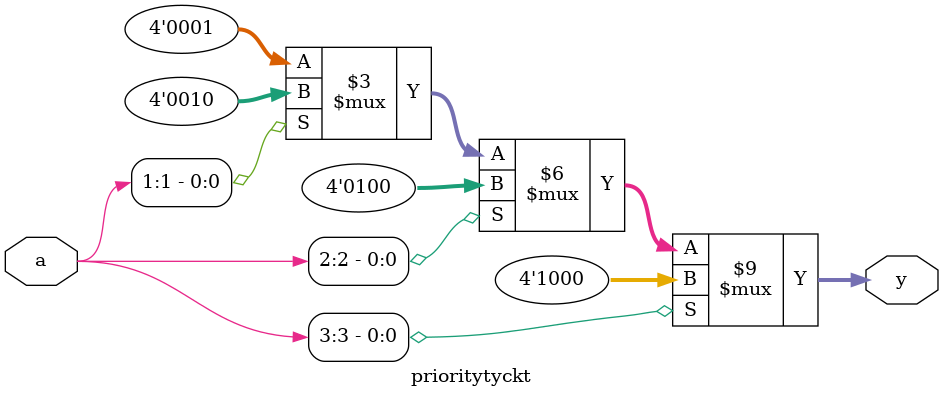
<source format=sv>
module prioritytyckt(input logic [3:0] a,
						output logic [3:0] y);
						
		always_comb
			if			(a[3])	y <= 4'b1000;
			else if  (a[2])	y <= 4'b0100;
			else if  (a[1])	y <= 4'b0010;
			else 					y <= 4'b0001;
			
endmodule



</source>
